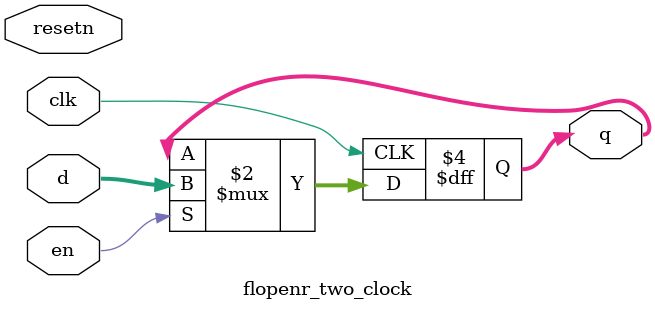
<source format=v>
module flopenr_two_clock #(parameter WIDTH = 32) (

    // clock and reset
    input wire clk,
    input wire resetn,
    input wire en,
    input wire [WIDTH-1:0] d,

    // output
    output reg [WIDTH-1:0] q

);

    always @(posedge clk)
    begin         
        if (en)
        begin
            q <= d;
        end        
    end
    
    /*
    always @(negedge clk, negedge resetn)
    begin
        if (resetn == 0)
        begin
            q <= 0;
        end
    end
    */

endmodule
</source>
